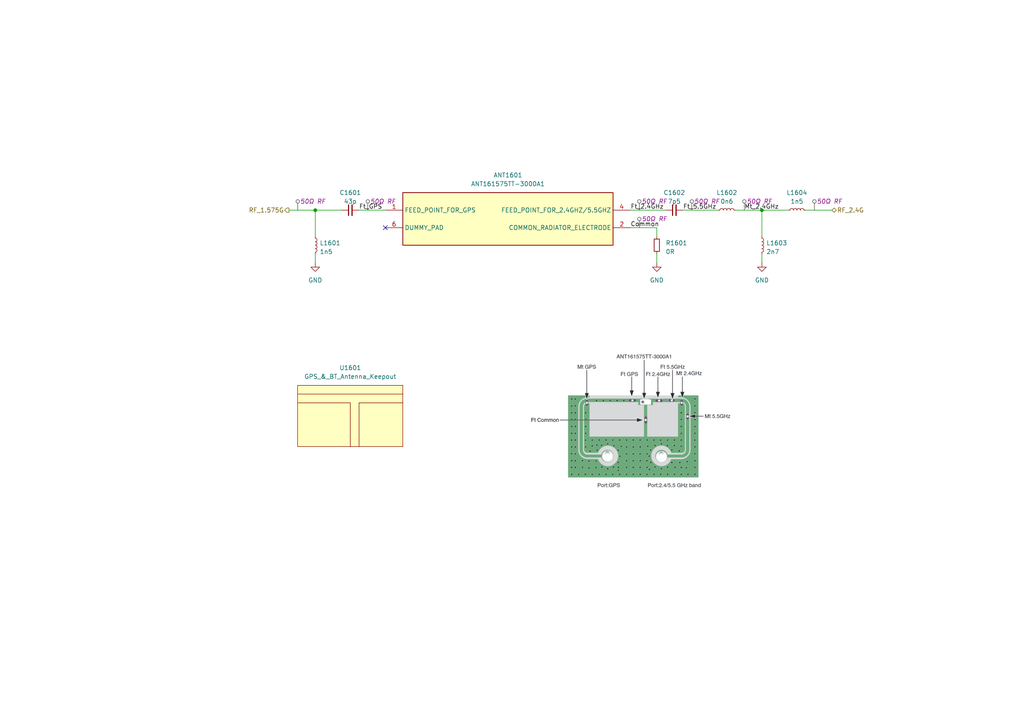
<source format=kicad_sch>
(kicad_sch (version 20230121) (generator eeschema)
  (paper "A4")
  (title_block (title "Watch Antenna") (date "2023-12-21") (rev "1") (comment 1 "Checked by Ben Smith on 21/12/23"))
  (lib_symbols
    (symbol "ANT161575TT-3000A1:ANT161575TT-3000A1"
      (property "Reference" "ANT" (at 0 12.7 0))
      (property "Value" "ANT161575TT-3000A1" (at 0 10.16 0))
      (symbol "ANT161575TT-3000A1_1_1"
        (rectangle (start -30.48 7.62) (end 30.48 -7.62) (stroke (width 0.254)) (fill (type background)))
        (pin passive line (at -35.56 2.54 0) (length 5.08) (name "FEED_POINT_FOR_GPS") (number "1"))
        (pin passive line (at 35.56 -2.54 180) (length 5.08) (name "COMMON_RADIATOR_ELECTRODE") (number "2"))
        (pin passive line (at 35.56 2.54 180) (length 5.08) (name "FEED_POINT_FOR_2.4GHZ/5.5GHZ") (number "4"))
        (pin passive line (at -35.56 -2.54 0) (length 5.08) (name "DUMMY_PAD") (number "6"))
      )
    )
    (symbol "Device:C_Small" (pin_numbers hide) (pin_names (offset 0.254) hide)
      (property "Reference" "C" (at 0.254 1.778 0))
      (property "Value" "C_Small" (at 0.254 -2.032 0))
      (symbol "C_Small_0_1"
        (polyline (pts (xy -1.524 -0.508) (xy 1.524 -0.508)) (stroke (width 0.3302)))
        (polyline (pts (xy -1.524 0.508) (xy 1.524 0.508)) (stroke (width 0.3048)))
      )
      (symbol "C_Small_1_1"
        (pin passive line (at 0 2.54 270) (length 2.032) (name "~") (number "1"))
        (pin passive line (at 0 -2.54 90) (length 2.032) (name "~") (number "2"))
      )
    )
    (symbol "Device:L_Small" (pin_numbers hide) (pin_names (offset 0.254) hide)
      (property "Reference" "L" (at 0.762 1.016 0))
      (property "Value" "L_Small" (at 0.762 -1.016 0))
      (symbol "L_Small_0_1"
        (arc (start 0 -2.032) (mid 0.5058 -1.524) (end 0 -1.016))
        (arc (start 0 -1.016) (mid 0.5058 -0.508) (end 0 0))
        (arc (start 0 0) (mid 0.5058 0.508) (end 0 1.016))
        (arc (start 0 1.016) (mid 0.5058 1.524) (end 0 2.032))
      )
      (symbol "L_Small_1_1"
        (pin passive line (at 0 2.54 270) (length 0.508) (name "~") (number "1"))
        (pin passive line (at 0 -2.54 90) (length 0.508) (name "~") (number "2"))
      )
    )
    (symbol "Device:R_Small" (pin_numbers hide) (pin_names (offset 0.254) hide)
      (property "Reference" "R" (at 0.762 0.508 0))
      (property "Value" "R_Small" (at 0.762 -1.016 0))
      (symbol "R_Small_0_1"
        (rectangle (start -0.762 1.778) (end 0.762 -1.778) (stroke (width 0.2032)))
      )
      (symbol "R_Small_1_1"
        (pin passive line (at 0 2.54 270) (length 0.762) (name "~") (number "1"))
        (pin passive line (at 0 -2.54 90) (length 0.762) (name "~") (number "2"))
      )
    )
    (symbol "power:GND" (power) (pin_names (offset 0))
      (property "Value" "GND" (at 0 -3.81 0))
      (symbol "GND_0_1"
        (polyline (pts (xy 0 0) (xy 0 -1.27) (xy 1.27 -1.27) (xy 0 -2.54) (xy -1.27 -1.27) (xy 0 -1.27)))
      )
      (symbol "GND_1_1"
        (pin power_in line (at 0 0 270) (length 0) hide (name "GND") (number "1"))
      )
    )
    (symbol "watch_symbols_lib:GPS_&_BT_Antenna_Keepout" (pin_numbers hide) (pin_names (offset 0) hide) (in_bom no)
      (property "Reference" "U" (at 0 12.7 0))
      (property "Value" "GPS_&_BT_Antenna_Keepout" (at 0 10.16 0))
      (symbol "GPS_&_BT_Antenna_Keepout_0_1"
        (polyline (pts (xy -15.24 5.08) (xy 15.24 5.08)))
        (polyline (pts (xy 2.54 -10.16) (xy 2.54 2.54)))
        (polyline (pts (xy 2.54 2.54) (xy 15.24 2.54)))
        (polyline (pts (xy -15.24 2.54) (xy 0 2.54) (xy 0 -10.16)))
      )
      (symbol "GPS_&_BT_Antenna_Keepout_1_1"
        (rectangle (start -15.24 7.62) (end 15.24 -10.16) (fill (type background)))
      )
    )
  )
  (junction (at 91.44 60.96))
  (junction (at 220.98 60.96))
  (no_connect (at 111.76 66.04))
  (wire (pts (xy 190.5 66.04) (xy 182.88 66.04)))
  (wire (pts (xy 220.98 60.96) (xy 228.6 60.96)))
  (wire (pts (xy 91.44 73.66) (xy 91.44 76.2)))
  (wire (pts (xy 241.3 60.96) (xy 233.68 60.96)))
  (wire (pts (xy 198.12 60.96) (xy 208.28 60.96)))
  (wire (pts (xy 104.14 60.96) (xy 111.76 60.96)))
  (wire (pts (xy 83.82 60.96) (xy 91.44 60.96)))
  (wire (pts (xy 220.98 73.66) (xy 220.98 76.2)))
  (wire (pts (xy 220.98 68.58) (xy 220.98 60.96)))
  (wire (pts (xy 91.44 68.58) (xy 91.44 60.96)))
  (wire (pts (xy 91.44 60.96) (xy 99.06 60.96)))
  (wire (pts (xy 213.36 60.96) (xy 220.98 60.96)))
  (wire (pts (xy 182.88 60.96) (xy 193.04 60.96)))
  (wire (pts (xy 190.5 66.04) (xy 190.5 68.58)))
  (wire (pts (xy 190.5 73.66) (xy 190.5 76.2)))
  (image (at 182.88 121.92) (scale 0.788203))
  (label "Common" (at 182.88 66.04 0))
  (label "Ft_2.4GHz" (at 182.88 60.96 0))
  (label "Ft_5.5GHz" (at 198.12 60.96 0))
  (label "Ft_GPS" (at 104.14 60.96 0))
  (label "Mt_2.4GHz" (at 215.9 60.96 0))
  (hierarchical_label "RF_2.4G" (shape bidirectional) (at 241.3 60.96 0))
  (hierarchical_label "RF_1.575G" (shape output) (at 83.82 60.96 180))
  (netclass_flag "" (length 2.54) (shape round) (at 106.68 60.96 0) (property "Netclass" "50Ω RF" (at 107.3785 58.42 0) (effects (font italic) (justify left))))
  (netclass_flag "" (length 2.54) (shape round) (at 200.66 60.96 0) (property "Netclass" "50Ω RF" (at 201.3585 58.42 0) (effects (font italic) (justify left))))
  (netclass_flag "" (length 2.54) (shape round) (at 215.9 60.96 0) (property "Netclass" "50Ω RF" (at 216.5985 58.42 0) (effects (font italic) (justify left))))
  (netclass_flag "" (length 2.54) (shape round) (at 86.36 60.96 0) (property "Netclass" "50Ω RF" (at 87.0585 58.42 0) (effects (font italic) (justify left))))
  (netclass_flag "" (length 2.54) (shape round) (at 185.42 60.96 0) (property "Netclass" "50Ω RF" (at 186.1185 58.42 0) (effects (font italic) (justify left))))
  (netclass_flag "" (length 2.54) (shape round) (at 236.22 60.96 0) (property "Netclass" "50Ω RF" (at 236.9185 58.42 0) (effects (font italic) (justify left))))
  (netclass_flag "" (length 2.54) (shape round) (at 185.42 66.04 0) (property "Netclass" "50Ω RF" (at 186.1185 63.5 0) (effects (font italic) (justify left))))
  (symbol (lib_id "power:GND") (at 190.5 76.2 0) (unit 1)
    (property "Reference" "#PWR01602" (effects hide))
    (property "Value" "GND" (at 190.5 81.28 0))
  )
  (symbol (lib_id "Device:L_Small") (at 210.82 60.96 90) (unit 1)
    (property "Reference" "L1602" (at 210.82 55.88 90))
    (property "Value" "0n6" (at 210.82 58.42 90))
    (property "Footprint" "Inductor_SMD:L_0402_1005Metric" (effects hide))
  )
  (symbol (lib_id "Device:L_Small") (at 220.98 71.12 0) (unit 1)
    (property "Reference" "L1603" (at 222.25 70.485 0) (effects (justify left)))
    (property "Value" "2n7" (at 222.25 73.025 0) (effects (justify left)))
    (property "Footprint" "Inductor_SMD:L_0402_1005Metric" (effects hide))
  )
  (symbol (lib_id "ANT161575TT-3000A1:ANT161575TT-3000A1") (at 147.32 63.5 0) (unit 1)
    (property "Reference" "ANT1601" (at 147.32 50.8 0))
    (property "Value" "ANT161575TT-3000A1" (at 147.32 53.34 0))
    (property "Footprint" "ANT161575TT3000A1" (effects hide))
    (property "Datasheet" "https://product.tdk.com/system/files/dam/doc/product/rf/rf/antenna/catalog/rf_ant_ant161575tt-3000a1_summary_en.pdf" (effects hide))
    (property "Height" "0.4" (effects hide))
    (property "Mouser Part Number" "810-ANT161575TT-30A1" (effects hide))
    (property "Mouser Price/Stock" "https://www.mouser.co.uk/ProductDetail/TDK/ANT161575TT-3000A1?qs=%2FQ2qp2Z%2FWFzXgfHtTXyT%2FQ%3D%3D" (effects hide))
    (property "Manufacturer_Name" "TDK" (effects hide))
    (property "Manufacturer_Part_Number" "ANT161575TT-3000A1" (effects hide))
  )
  (symbol (lib_id "Device:C_Small") (at 101.6 60.96 90) (unit 1)
    (property "Reference" "C1601" (at 101.6063 55.88 90))
    (property "Value" "43p" (at 101.6063 58.42 90))
    (property "Footprint" "Capacitor_SMD:C_0402_1005Metric" (effects hide))
  )
  (symbol (lib_id "Device:R_Small") (at 190.5 71.12 0) (unit 1)
    (property "Reference" "R1601" (at 193.04 70.485 0) (effects (justify left)))
    (property "Value" "0R" (at 193.04 73.025 0) (effects (justify left)))
    (property "Footprint" "Resistor_SMD:R_0402_1005Metric" (effects hide))
  )
  (symbol (lib_id "Device:C_Small") (at 195.58 60.96 90) (unit 1)
    (property "Reference" "C1602" (at 195.58 55.88 90))
    (property "Value" "7p5" (at 195.58 58.42 90))
    (property "Footprint" "Capacitor_SMD:C_0402_1005Metric" (effects hide))
  )
  (symbol (lib_id "Device:L_Small") (at 231.14 60.96 90) (unit 1)
    (property "Reference" "L1604" (at 231.14 55.88 90))
    (property "Value" "1n5" (at 231.14 58.42 90))
    (property "Footprint" "Inductor_SMD:L_0402_1005Metric" (effects hide))
  )
  (symbol (lib_id "watch_symbols_lib:GPS_&_BT_Antenna_Keepout") (at 101.6 119.38 0) (unit 1) (in_bom no)
    (property "Reference" "U1601" (at 101.6 106.68 0))
    (property "Value" "GPS_&_BT_Antenna_Keepout" (at 101.6 109.22 0))
    (property "Footprint" "watch_footprints:GPS & BT Antenna" (effects hide))
  )
  (symbol (lib_id "power:GND") (at 91.44 76.2 0) (unit 1)
    (property "Reference" "#PWR01601" (effects hide))
    (property "Value" "GND" (at 91.44 81.28 0))
  )
  (symbol (lib_id "Device:L_Small") (at 91.44 71.12 0) (unit 1)
    (property "Reference" "L1601" (at 92.71 70.485 0) (effects (justify left)))
    (property "Value" "1n5" (at 92.71 73.025 0) (effects (justify left)))
    (property "Footprint" "Inductor_SMD:L_0402_1005Metric" (effects hide))
  )
  (symbol (lib_id "power:GND") (at 220.98 76.2 0) (unit 1)
    (property "Reference" "#PWR01603" (effects hide))
    (property "Value" "GND" (at 220.98 81.28 0))
  )
)
</source>
